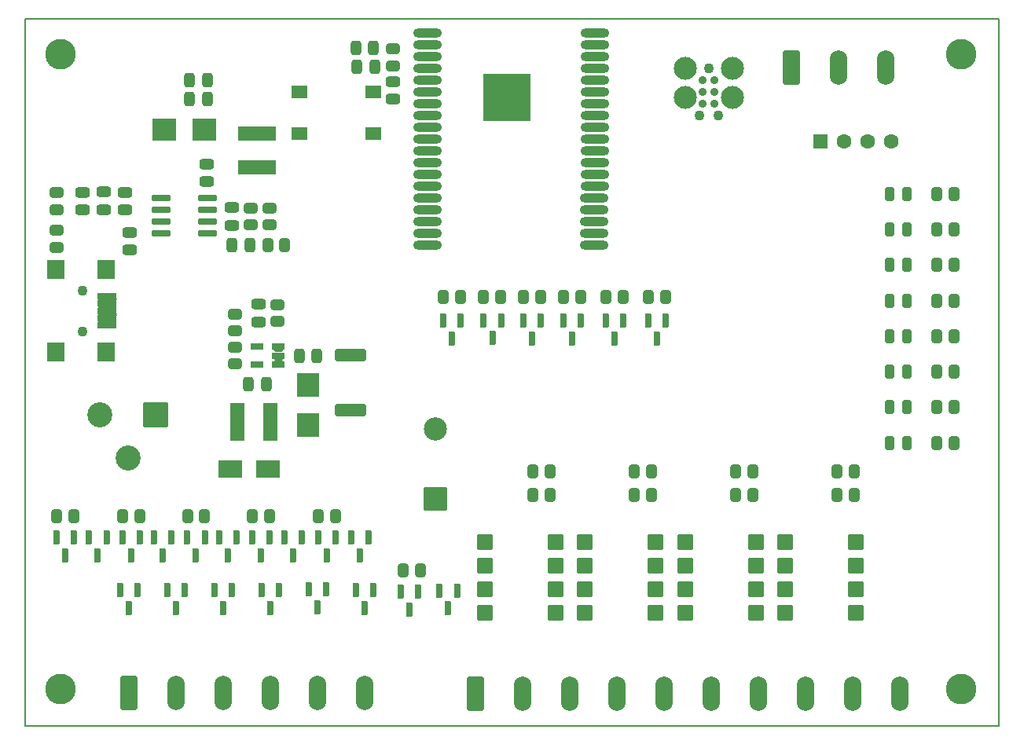
<source format=gbr>
G04 #@! TF.GenerationSoftware,KiCad,Pcbnew,(6.0.4-0)*
G04 #@! TF.CreationDate,2022-05-03T20:04:39-04:00*
G04 #@! TF.ProjectId,green_house_controller,67726565-6e5f-4686-9f75-73655f636f6e,rev?*
G04 #@! TF.SameCoordinates,Original*
G04 #@! TF.FileFunction,Soldermask,Top*
G04 #@! TF.FilePolarity,Negative*
%FSLAX46Y46*%
G04 Gerber Fmt 4.6, Leading zero omitted, Abs format (unit mm)*
G04 Created by KiCad (PCBNEW (6.0.4-0)) date 2022-05-03 20:04:39*
%MOMM*%
%LPD*%
G01*
G04 APERTURE LIST*
G04 Aperture macros list*
%AMRoundRect*
0 Rectangle with rounded corners*
0 $1 Rounding radius*
0 $2 $3 $4 $5 $6 $7 $8 $9 X,Y pos of 4 corners*
0 Add a 4 corners polygon primitive as box body*
4,1,4,$2,$3,$4,$5,$6,$7,$8,$9,$2,$3,0*
0 Add four circle primitives for the rounded corners*
1,1,$1+$1,$2,$3*
1,1,$1+$1,$4,$5*
1,1,$1+$1,$6,$7*
1,1,$1+$1,$8,$9*
0 Add four rect primitives between the rounded corners*
20,1,$1+$1,$2,$3,$4,$5,0*
20,1,$1+$1,$4,$5,$6,$7,0*
20,1,$1+$1,$6,$7,$8,$9,0*
20,1,$1+$1,$8,$9,$2,$3,0*%
G04 Aperture macros list end*
G04 #@! TA.AperFunction,Profile*
%ADD10C,0.150000*%
G04 #@! TD*
%ADD11RoundRect,0.051000X-0.800000X-0.800000X0.800000X-0.800000X0.800000X0.800000X-0.800000X0.800000X0*%
%ADD12O,3.102000X1.002000*%
%ADD13C,0.902000*%
%ADD14RoundRect,0.051000X-2.500000X-2.500000X2.500000X-2.500000X2.500000X2.500000X-2.500000X2.500000X0*%
%ADD15C,2.476900*%
%ADD16C,1.092600*%
%ADD17C,0.889400*%
%ADD18RoundRect,0.301000X-0.450000X0.262500X-0.450000X-0.262500X0.450000X-0.262500X0.450000X0.262500X0*%
%ADD19RoundRect,0.301000X0.250000X0.475000X-0.250000X0.475000X-0.250000X-0.475000X0.250000X-0.475000X0*%
%ADD20RoundRect,0.301000X-0.475000X0.250000X-0.475000X-0.250000X0.475000X-0.250000X0.475000X0.250000X0*%
%ADD21RoundRect,0.301000X0.450000X-0.262500X0.450000X0.262500X-0.450000X0.262500X-0.450000X-0.262500X0*%
%ADD22RoundRect,0.301000X0.262500X0.450000X-0.262500X0.450000X-0.262500X-0.450000X0.262500X-0.450000X0*%
%ADD23RoundRect,0.301000X-0.262500X-0.450000X0.262500X-0.450000X0.262500X0.450000X-0.262500X0.450000X0*%
%ADD24RoundRect,0.294750X-0.243750X-0.456250X0.243750X-0.456250X0.243750X0.456250X-0.243750X0.456250X0*%
%ADD25C,1.102000*%
%ADD26RoundRect,0.051000X-1.000000X0.250000X-1.000000X-0.250000X1.000000X-0.250000X1.000000X0.250000X0*%
%ADD27RoundRect,0.051000X-0.850000X1.000000X-0.850000X-1.000000X0.850000X-1.000000X0.850000X1.000000X0*%
%ADD28RoundRect,0.301000X-0.250000X-0.475000X0.250000X-0.475000X0.250000X0.475000X-0.250000X0.475000X0*%
%ADD29RoundRect,0.301000X0.475000X-0.250000X0.475000X0.250000X-0.475000X0.250000X-0.475000X-0.250000X0*%
%ADD30RoundRect,0.201000X-0.150000X0.587500X-0.150000X-0.587500X0.150000X-0.587500X0.150000X0.587500X0*%
%ADD31RoundRect,0.201000X-0.825000X-0.150000X0.825000X-0.150000X0.825000X0.150000X-0.825000X0.150000X0*%
%ADD32RoundRect,0.051000X-1.300000X1.300000X-1.300000X-1.300000X1.300000X-1.300000X1.300000X1.300000X0*%
%ADD33C,2.702000*%
%ADD34C,3.302000*%
%ADD35RoundRect,0.051000X0.775000X0.650000X-0.775000X0.650000X-0.775000X-0.650000X0.775000X-0.650000X0*%
%ADD36RoundRect,0.051000X-0.750000X-2.000000X0.750000X-2.000000X0.750000X2.000000X-0.750000X2.000000X0*%
%ADD37RoundRect,0.051000X-1.150000X1.250000X-1.150000X-1.250000X1.150000X-1.250000X1.150000X1.250000X0*%
%ADD38RoundRect,0.051000X1.200000X-1.200000X1.200000X1.200000X-1.200000X1.200000X-1.200000X-1.200000X0*%
%ADD39C,2.502000*%
%ADD40RoundRect,0.301000X-0.650000X-1.550000X0.650000X-1.550000X0.650000X1.550000X-0.650000X1.550000X0*%
%ADD41O,1.902000X3.702000*%
%ADD42RoundRect,0.051000X1.250000X0.900000X-1.250000X0.900000X-1.250000X-0.900000X1.250000X-0.900000X0*%
%ADD43RoundRect,0.051000X2.000000X-0.750000X2.000000X0.750000X-2.000000X0.750000X-2.000000X-0.750000X0*%
%ADD44RoundRect,0.051000X1.250000X1.150000X-1.250000X1.150000X-1.250000X-1.150000X1.250000X-1.150000X0*%
%ADD45RoundRect,0.301000X-1.425000X0.362500X-1.425000X-0.362500X1.425000X-0.362500X1.425000X0.362500X0*%
%ADD46RoundRect,0.201000X0.512500X0.150000X-0.512500X0.150000X-0.512500X-0.150000X0.512500X-0.150000X0*%
%ADD47RoundRect,0.051000X0.750000X-0.750000X0.750000X0.750000X-0.750000X0.750000X-0.750000X-0.750000X0*%
%ADD48C,1.602000*%
G04 APERTURE END LIST*
D10*
X100076000Y-133985000D02*
X203454000Y-133985000D01*
X100076000Y-57785000D02*
X98552000Y-57785000D01*
X203454000Y-133985000D02*
X203454000Y-57785000D01*
X100076000Y-133985000D02*
X98552000Y-133985000D01*
X98552000Y-57785000D02*
X98552000Y-133985000D01*
X203454000Y-57785000D02*
X100076000Y-57785000D01*
X100076000Y-133985000D02*
X203454000Y-133985000D01*
X100076000Y-57785000D02*
X98552000Y-57785000D01*
X203454000Y-133985000D02*
X203454000Y-57785000D01*
X100076000Y-133985000D02*
X98552000Y-133985000D01*
X98552000Y-57785000D02*
X98552000Y-133985000D01*
X203454000Y-57785000D02*
X100076000Y-57785000D01*
D11*
X148082000Y-114173000D03*
X148082000Y-116713000D03*
X148082000Y-119253000D03*
X148082000Y-121793000D03*
X155702000Y-121793000D03*
X155702000Y-119253000D03*
X155702000Y-116713000D03*
X155702000Y-114173000D03*
X180467000Y-114173000D03*
X180467000Y-116713000D03*
X180467000Y-119253000D03*
X180467000Y-121793000D03*
X188087000Y-121793000D03*
X188087000Y-119253000D03*
X188087000Y-116713000D03*
X188087000Y-114173000D03*
X169672000Y-114173000D03*
X169672000Y-116713000D03*
X169672000Y-119253000D03*
X169672000Y-121793000D03*
X177292000Y-121793000D03*
X177292000Y-119253000D03*
X177292000Y-116713000D03*
X177292000Y-114173000D03*
X158877000Y-114173000D03*
X158877000Y-116713000D03*
X158877000Y-119253000D03*
X158877000Y-121793000D03*
X166497000Y-121793000D03*
X166497000Y-119253000D03*
X166497000Y-116713000D03*
X166497000Y-114173000D03*
D12*
X141876000Y-59330000D03*
X141876000Y-60600000D03*
X141876000Y-61870000D03*
X141876000Y-63140000D03*
X141876000Y-64410000D03*
X141876000Y-65680000D03*
X141876000Y-66950000D03*
X141876000Y-68220000D03*
X141876000Y-69490000D03*
X141876000Y-70760000D03*
X141876000Y-72030000D03*
X141876000Y-73300000D03*
X141876000Y-74570000D03*
X141876000Y-75840000D03*
X141876000Y-77140000D03*
X141876000Y-78410000D03*
X141876000Y-79680000D03*
X141876000Y-80950000D03*
X141876000Y-82220000D03*
X159876000Y-82220000D03*
X159876000Y-80950000D03*
X159876000Y-79680000D03*
X159876000Y-78410000D03*
X159876000Y-77140000D03*
X159906000Y-75840000D03*
X159906000Y-74570000D03*
X159906000Y-73300000D03*
X159906000Y-72030000D03*
X159906000Y-70760000D03*
X159906000Y-69490000D03*
X159906000Y-68220000D03*
X159906000Y-66950000D03*
X159906000Y-65680000D03*
X159906000Y-64410000D03*
X159906000Y-63140000D03*
X159906000Y-61870000D03*
X159906000Y-60600000D03*
X159906000Y-59330000D03*
D13*
X152476000Y-67240000D03*
X152476000Y-64240000D03*
X150476000Y-65240000D03*
X151476000Y-68240000D03*
X151476000Y-64240000D03*
X148476000Y-68240000D03*
X151476000Y-65240000D03*
X149476000Y-67240000D03*
D14*
X150476000Y-66250000D03*
D13*
X148476000Y-67240000D03*
X149476000Y-66240000D03*
X149476000Y-64240000D03*
X148476000Y-65240000D03*
X150476000Y-68240000D03*
X149476000Y-68240000D03*
X148476000Y-66240000D03*
X152476000Y-68240000D03*
X150476000Y-64240000D03*
X152476000Y-65240000D03*
X150476000Y-66240000D03*
X149476000Y-65240000D03*
X152476000Y-66240000D03*
X151476000Y-66240000D03*
X148476000Y-64240000D03*
X150476000Y-67240000D03*
X151476000Y-67240000D03*
D15*
X174752000Y-66294000D03*
D16*
X171196000Y-68199000D03*
D15*
X169672000Y-63119000D03*
X169672000Y-66294000D03*
X174752000Y-63119000D03*
D16*
X173228000Y-68199000D03*
X172212000Y-63119000D03*
D17*
X171577000Y-64389000D03*
X172847000Y-64389000D03*
X171577000Y-65659000D03*
X172847000Y-65659000D03*
X171577000Y-66929000D03*
X172847000Y-66929000D03*
D18*
X138176000Y-61063500D03*
X138176000Y-62888500D03*
D19*
X136205000Y-62992000D03*
X134305000Y-62992000D03*
X136078000Y-60960000D03*
X134178000Y-60960000D03*
D20*
X138176000Y-64582000D03*
X138176000Y-66482000D03*
D18*
X101945500Y-80621500D03*
X101945500Y-82446500D03*
D21*
X122832500Y-80033500D03*
X122832500Y-78208500D03*
D18*
X101945500Y-76557500D03*
X101945500Y-78382500D03*
D22*
X198603000Y-95848710D03*
X196778000Y-95848710D03*
D23*
X186031500Y-109093000D03*
X187856500Y-109093000D03*
X175109500Y-109093000D03*
X176934500Y-109093000D03*
X153265500Y-109093000D03*
X155090500Y-109093000D03*
X164187500Y-109093000D03*
X166012500Y-109093000D03*
D22*
X187856500Y-106553000D03*
X186031500Y-106553000D03*
X176934500Y-106553000D03*
X175109500Y-106553000D03*
X155090500Y-106553000D03*
X153265500Y-106553000D03*
X166012500Y-106553000D03*
X164187500Y-106553000D03*
D21*
X124864500Y-80033500D03*
X124864500Y-78208500D03*
D22*
X198603000Y-99676852D03*
X196778000Y-99676852D03*
X198603000Y-103505000D03*
X196778000Y-103505000D03*
X198603000Y-92020568D03*
X196778000Y-92020568D03*
X198603000Y-88192426D03*
X196778000Y-88192426D03*
X198603000Y-76708000D03*
X196778000Y-76708000D03*
X198603000Y-80536142D03*
X196778000Y-80536142D03*
X198603000Y-84364284D03*
X196778000Y-84364284D03*
X126539000Y-82169000D03*
X124714000Y-82169000D03*
D24*
X191673000Y-76708000D03*
X193548000Y-76708000D03*
X191673000Y-95848710D03*
X193548000Y-95848710D03*
X191673000Y-99676852D03*
X193548000Y-99676852D03*
X191673000Y-103505000D03*
X193548000Y-103505000D03*
X191673000Y-92020568D03*
X193548000Y-92020568D03*
X191673000Y-88192426D03*
X193548000Y-88192426D03*
X191673000Y-84364284D03*
X193548000Y-84364284D03*
X191673000Y-80536142D03*
X193548000Y-80536142D03*
D25*
X104707000Y-91481000D03*
X104707000Y-87081000D03*
D26*
X107407000Y-87681000D03*
X107407000Y-88481000D03*
X107407000Y-89281000D03*
X107407000Y-90081000D03*
X107407000Y-90881000D03*
D27*
X107307000Y-93731000D03*
X107307000Y-84831000D03*
X101857000Y-84831000D03*
X101857000Y-93731000D03*
D19*
X118194500Y-64389000D03*
X116294500Y-64389000D03*
X118194500Y-66421000D03*
X116294500Y-66421000D03*
D20*
X118110000Y-73472000D03*
X118110000Y-75372000D03*
X109855000Y-80838000D03*
X109855000Y-82738000D03*
D28*
X120866500Y-82169000D03*
X122766500Y-82169000D03*
D29*
X120800500Y-80071000D03*
X120800500Y-78171000D03*
X109311500Y-78420000D03*
X109311500Y-76520000D03*
X107025500Y-78354000D03*
X107025500Y-76454000D03*
X104739500Y-78420000D03*
X104739500Y-76520000D03*
D23*
X116054500Y-111379000D03*
X117879500Y-111379000D03*
X139295500Y-117221000D03*
X141120500Y-117221000D03*
D30*
X121369090Y-113743500D03*
X119469090Y-113743500D03*
X120419090Y-115618500D03*
D21*
X121158000Y-91463500D03*
X121158000Y-89638500D03*
D31*
X113245500Y-77089000D03*
X113245500Y-78359000D03*
X113245500Y-79629000D03*
X113245500Y-80899000D03*
X118195500Y-80899000D03*
X118195500Y-79629000D03*
X118195500Y-78359000D03*
X118195500Y-77089000D03*
D22*
X149756500Y-87757000D03*
X147931500Y-87757000D03*
D30*
X114349454Y-113743500D03*
X112449454Y-113743500D03*
X113399454Y-115618500D03*
X130998000Y-119331500D03*
X129098000Y-119331500D03*
X130048000Y-121206500D03*
D32*
X112626000Y-100469000D03*
D33*
X106626000Y-100469000D03*
X109626000Y-105169000D03*
D29*
X123698000Y-90485000D03*
X123698000Y-88585000D03*
D30*
X158430000Y-90375500D03*
X156530000Y-90375500D03*
X157480000Y-92250500D03*
D21*
X121158000Y-95019500D03*
X121158000Y-93194500D03*
D30*
X167574000Y-90375500D03*
X165674000Y-90375500D03*
X166624000Y-92250500D03*
X110678000Y-119410000D03*
X108778000Y-119410000D03*
X109728000Y-121285000D03*
X125918000Y-119410000D03*
X124018000Y-119410000D03*
X124968000Y-121285000D03*
D19*
X129982000Y-94107000D03*
X128082000Y-94107000D03*
D30*
X120838000Y-119410000D03*
X118938000Y-119410000D03*
X119888000Y-121285000D03*
X107329818Y-113743500D03*
X105429818Y-113743500D03*
X106379818Y-115618500D03*
X163002000Y-90375500D03*
X161102000Y-90375500D03*
X162052000Y-92250500D03*
X140904000Y-119585500D03*
X139004000Y-119585500D03*
X139954000Y-121460500D03*
D34*
X199390000Y-130048000D03*
D35*
X136055000Y-70195000D03*
X128105000Y-70195000D03*
X136055000Y-65695000D03*
X128105000Y-65695000D03*
D28*
X122621000Y-97155000D03*
X124521000Y-97155000D03*
D30*
X124902000Y-113743500D03*
X123002000Y-113743500D03*
X123952000Y-115618500D03*
D22*
X158392500Y-87757000D03*
X156567500Y-87757000D03*
X154074500Y-87757000D03*
X152249500Y-87757000D03*
D36*
X121390000Y-101219000D03*
X124990000Y-101219000D03*
D23*
X101957500Y-111379000D03*
X103782500Y-111379000D03*
X130151500Y-111379000D03*
X131976500Y-111379000D03*
D37*
X129032000Y-97291000D03*
X129032000Y-101591000D03*
D38*
X142748000Y-109557755D03*
D39*
X142748000Y-102057755D03*
D40*
X181119500Y-63099500D03*
D41*
X186199500Y-63099500D03*
X191279500Y-63099500D03*
D22*
X167536500Y-87757000D03*
X165711500Y-87757000D03*
D42*
X124682000Y-106299000D03*
X120682000Y-106299000D03*
D40*
X147083500Y-130546500D03*
D41*
X152163500Y-130546500D03*
X157243500Y-130546500D03*
X162323500Y-130546500D03*
X167403500Y-130546500D03*
X172483500Y-130546500D03*
X177563500Y-130546500D03*
X182643500Y-130546500D03*
X187723500Y-130546500D03*
X192803500Y-130546500D03*
D30*
X145095000Y-119468500D03*
X143195000Y-119468500D03*
X144145000Y-121343500D03*
X117917000Y-113743500D03*
X116017000Y-113743500D03*
X116967000Y-115618500D03*
D23*
X109069500Y-111379000D03*
X110894500Y-111379000D03*
D34*
X199390000Y-61595000D03*
D30*
X135570000Y-113743500D03*
X133670000Y-113743500D03*
X134620000Y-115618500D03*
X136078000Y-119410000D03*
X134178000Y-119410000D03*
X135128000Y-121285000D03*
D34*
X102362000Y-130048000D03*
D30*
X154112000Y-90375500D03*
X152212000Y-90375500D03*
X153162000Y-92250500D03*
X115758000Y-119410000D03*
X113858000Y-119410000D03*
X114808000Y-121285000D03*
D34*
X102362000Y-61595000D03*
D43*
X123571000Y-73809000D03*
X123571000Y-70209000D03*
D30*
X128388726Y-113743500D03*
X126488726Y-113743500D03*
X127438726Y-115618500D03*
D44*
X117870500Y-69723000D03*
X113570500Y-69723000D03*
D40*
X109728000Y-130429000D03*
D41*
X114808000Y-130429000D03*
X119888000Y-130429000D03*
X124968000Y-130429000D03*
X130048000Y-130429000D03*
X135128000Y-130429000D03*
D30*
X110932000Y-113743500D03*
X109032000Y-113743500D03*
X109982000Y-115618500D03*
D45*
X133604000Y-94040100D03*
X133604000Y-99965100D03*
D21*
X125730000Y-90447500D03*
X125730000Y-88622500D03*
D30*
X132014000Y-113743500D03*
X130114000Y-113743500D03*
X131064000Y-115618500D03*
D22*
X162964500Y-87757000D03*
X161139500Y-87757000D03*
D30*
X145476000Y-90375500D03*
X143576000Y-90375500D03*
X144526000Y-92250500D03*
D23*
X123039500Y-111379000D03*
X124864500Y-111379000D03*
D22*
X145438500Y-87757000D03*
X143613500Y-87757000D03*
D46*
X125851500Y-95057000D03*
X125851500Y-94107000D03*
X125851500Y-93157000D03*
X123576500Y-93157000D03*
X123576500Y-95057000D03*
D30*
X149860000Y-90297000D03*
X147960000Y-90297000D03*
X148910000Y-92172000D03*
X103820000Y-113743500D03*
X101920000Y-113743500D03*
X102870000Y-115618500D03*
D47*
X184247500Y-71022500D03*
D48*
X186787500Y-71022500D03*
X189327500Y-71022500D03*
X191867500Y-71022500D03*
G36*
X126357527Y-94457000D02*
G01*
X126357527Y-94459000D01*
X126356056Y-94459983D01*
X126355817Y-94460015D01*
X126292204Y-94488154D01*
X126254070Y-94545965D01*
X126253244Y-94615220D01*
X126289983Y-94673914D01*
X126355825Y-94703985D01*
X126356068Y-94704017D01*
X126357655Y-94705235D01*
X126357394Y-94707218D01*
X126355807Y-94708000D01*
X125347205Y-94708000D01*
X125345473Y-94707000D01*
X125345473Y-94705000D01*
X125346944Y-94704017D01*
X125347183Y-94703985D01*
X125410796Y-94675846D01*
X125448930Y-94618035D01*
X125449756Y-94548780D01*
X125413017Y-94490086D01*
X125347175Y-94460015D01*
X125346932Y-94459983D01*
X125345345Y-94458765D01*
X125345606Y-94456782D01*
X125347193Y-94456000D01*
X126355795Y-94456000D01*
X126357527Y-94457000D01*
G37*
G36*
X126357527Y-93507000D02*
G01*
X126357527Y-93509000D01*
X126356056Y-93509983D01*
X126355817Y-93510015D01*
X126292204Y-93538154D01*
X126254070Y-93595965D01*
X126253244Y-93665220D01*
X126289983Y-93723914D01*
X126355825Y-93753985D01*
X126356068Y-93754017D01*
X126357655Y-93755235D01*
X126357394Y-93757218D01*
X126355807Y-93758000D01*
X125347205Y-93758000D01*
X125345473Y-93757000D01*
X125345473Y-93755000D01*
X125346944Y-93754017D01*
X125347183Y-93753985D01*
X125410796Y-93725846D01*
X125448930Y-93668035D01*
X125449756Y-93598780D01*
X125413017Y-93540086D01*
X125347175Y-93510015D01*
X125346932Y-93509983D01*
X125345345Y-93508765D01*
X125345606Y-93506782D01*
X125347193Y-93506000D01*
X126355795Y-93506000D01*
X126357527Y-93507000D01*
G37*
G36*
X108423668Y-90377665D02*
G01*
X108424058Y-90379627D01*
X108423699Y-90380267D01*
X108380511Y-90431946D01*
X108371880Y-90500661D01*
X108401844Y-90563291D01*
X108422682Y-90581348D01*
X108423336Y-90583238D01*
X108422026Y-90584749D01*
X108420982Y-90584821D01*
X108406801Y-90582000D01*
X106407199Y-90582000D01*
X106392226Y-90584978D01*
X106390332Y-90584335D01*
X106389942Y-90582373D01*
X106390301Y-90581733D01*
X106433489Y-90530054D01*
X106442120Y-90461339D01*
X106412156Y-90398709D01*
X106391318Y-90380652D01*
X106390664Y-90378762D01*
X106391974Y-90377251D01*
X106393018Y-90377179D01*
X106407199Y-90380000D01*
X108406801Y-90380000D01*
X108421774Y-90377022D01*
X108423668Y-90377665D01*
G37*
G36*
X108423668Y-89577665D02*
G01*
X108424058Y-89579627D01*
X108423699Y-89580267D01*
X108380511Y-89631946D01*
X108371880Y-89700661D01*
X108401844Y-89763291D01*
X108422682Y-89781348D01*
X108423336Y-89783238D01*
X108422026Y-89784749D01*
X108420982Y-89784821D01*
X108406801Y-89782000D01*
X106407199Y-89782000D01*
X106392226Y-89784978D01*
X106390332Y-89784335D01*
X106389942Y-89782373D01*
X106390301Y-89781733D01*
X106433489Y-89730054D01*
X106442120Y-89661339D01*
X106412156Y-89598709D01*
X106391318Y-89580652D01*
X106390664Y-89578762D01*
X106391974Y-89577251D01*
X106393018Y-89577179D01*
X106407199Y-89580000D01*
X108406801Y-89580000D01*
X108421774Y-89577022D01*
X108423668Y-89577665D01*
G37*
G36*
X108423668Y-88777665D02*
G01*
X108424058Y-88779627D01*
X108423699Y-88780267D01*
X108380511Y-88831946D01*
X108371880Y-88900661D01*
X108401844Y-88963291D01*
X108422682Y-88981348D01*
X108423336Y-88983238D01*
X108422026Y-88984749D01*
X108420982Y-88984821D01*
X108406801Y-88982000D01*
X106407199Y-88982000D01*
X106392226Y-88984978D01*
X106390332Y-88984335D01*
X106389942Y-88982373D01*
X106390301Y-88981733D01*
X106433489Y-88930054D01*
X106442120Y-88861339D01*
X106412156Y-88798709D01*
X106391318Y-88780652D01*
X106390664Y-88778762D01*
X106391974Y-88777251D01*
X106393018Y-88777179D01*
X106407199Y-88780000D01*
X108406801Y-88780000D01*
X108421774Y-88777022D01*
X108423668Y-88777665D01*
G37*
G36*
X108423668Y-87977665D02*
G01*
X108424058Y-87979627D01*
X108423699Y-87980267D01*
X108380511Y-88031946D01*
X108371880Y-88100661D01*
X108401844Y-88163291D01*
X108422682Y-88181348D01*
X108423336Y-88183238D01*
X108422026Y-88184749D01*
X108420982Y-88184821D01*
X108406801Y-88182000D01*
X106407199Y-88182000D01*
X106392226Y-88184978D01*
X106390332Y-88184335D01*
X106389942Y-88182373D01*
X106390301Y-88181733D01*
X106433489Y-88130054D01*
X106442120Y-88061339D01*
X106412156Y-87998709D01*
X106391318Y-87980652D01*
X106390664Y-87978762D01*
X106391974Y-87977251D01*
X106393018Y-87977179D01*
X106407199Y-87980000D01*
X108406801Y-87980000D01*
X108421774Y-87977022D01*
X108423668Y-87977665D01*
G37*
M02*

</source>
